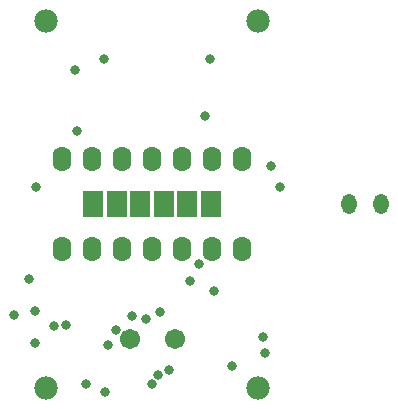
<source format=gbs>
G04 Layer_Color=16711935*
%FSAX44Y44*%
%MOMM*%
G71*
G01*
G75*
%ADD36C,1.9812*%
%ADD37C,1.7032*%
%ADD38O,1.6002X2.1082*%
%ADD39O,1.3032X1.7032*%
%ADD40C,0.8382*%
%ADD41R,1.7032X2.2032*%
D36*
X00518000Y00782000D02*
D03*
X00698000D02*
D03*
Y01092000D02*
D03*
X00518000D02*
D03*
D37*
X00589280Y00822960D02*
D03*
X00627379D02*
D03*
D38*
X00531800Y00975100D02*
D03*
X00557200D02*
D03*
X00582600D02*
D03*
X00608000D02*
D03*
X00633400D02*
D03*
X00658800D02*
D03*
X00684200D02*
D03*
Y00898900D02*
D03*
X00658800D02*
D03*
X00633400D02*
D03*
X00608000D02*
D03*
X00582600D02*
D03*
X00557200D02*
D03*
X00531800D02*
D03*
D39*
X00801750Y00937000D02*
D03*
X00774750D02*
D03*
D40*
X00622000Y00797000D02*
D03*
X00613000Y00793000D02*
D03*
X00535000Y00835000D02*
D03*
X00702000Y00825000D02*
D03*
X00704000Y00811000D02*
D03*
X00542750Y01051000D02*
D03*
X00509016Y00846836D02*
D03*
X00607568Y00784834D02*
D03*
X00570410Y00817758D02*
D03*
X00577257Y00830580D02*
D03*
X00602742Y00840232D02*
D03*
X00614680Y00845820D02*
D03*
X00591058Y00842518D02*
D03*
X00491490Y00843026D02*
D03*
X00647700Y00886460D02*
D03*
X00675386Y00800100D02*
D03*
X00567690Y01060450D02*
D03*
X00708660Y00969772D02*
D03*
X00640334Y00872490D02*
D03*
X00509524Y00951992D02*
D03*
X00552450Y00784860D02*
D03*
X00657402Y01060500D02*
D03*
X00568198Y00778256D02*
D03*
X00503682Y00873760D02*
D03*
X00509016Y00819658D02*
D03*
X00653034Y01012190D02*
D03*
X00716500Y00951992D02*
D03*
X00544830Y00999490D02*
D03*
X00660146Y00864108D02*
D03*
X00524764Y00833882D02*
D03*
D41*
X00657999Y00937000D02*
D03*
X00637999D02*
D03*
X00617999D02*
D03*
X00597999D02*
D03*
X00577999D02*
D03*
X00557999D02*
D03*
M02*

</source>
